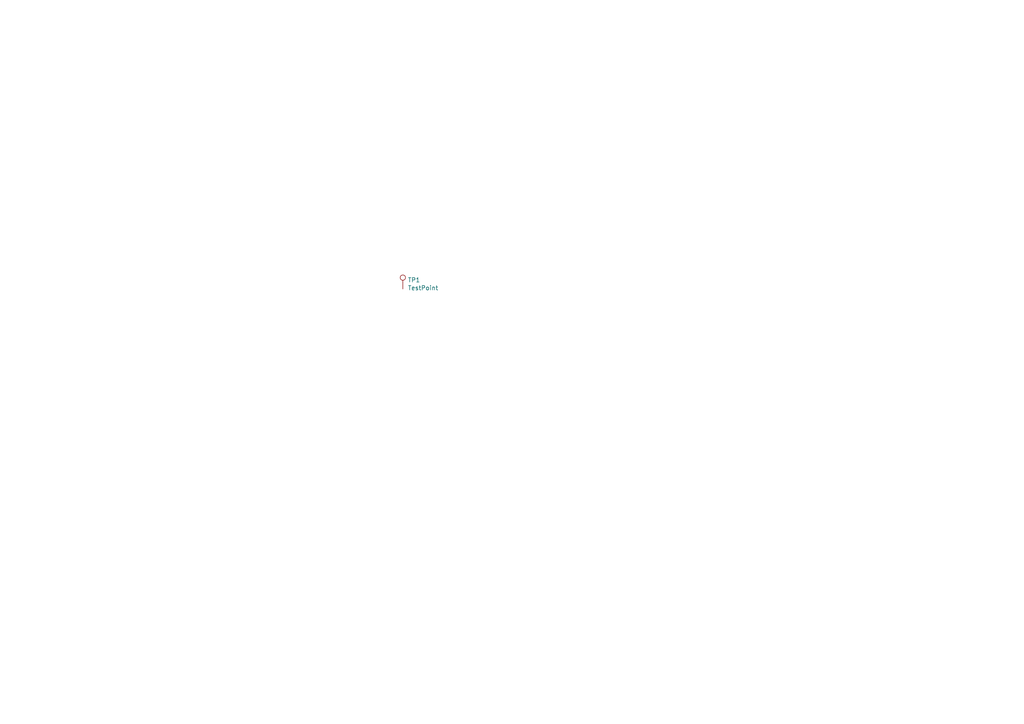
<source format=kicad_sch>
(kicad_sch (version 20210406) (generator eeschema)
  (paper "A4")
  (lib_symbols
    (symbol "Connector:TestPoint" (pin_numbers hide) (pin_names (offset 0.762) hide)
      (property "Reference" "TP" (at 0 6.858 0))
      (property "Value" "TestPoint" (at 0 5.08 0))
      (symbol "TestPoint_0_1"
        (circle (center 0 3.302) (radius 0.762))
      )
      (symbol "TestPoint_1_1"
        (pin passive line (at 0 0 90) (length 2.54) (name "1") (number "1"))
      )
    )
  )
  (symbol (lib_id "Connector:TestPoint") (at 116.84 83.82 0) (unit 1)
    (property "Reference" "TP1" (at 118.2371 81.2176 0) (effects (justify left)))
    (property "Value" "TestPoint" (at 118.2371 83.5163 0) (effects (justify left)))
    (property "Footprint" "TestPoint:TestPoint_Pad_1.0x1.0mm" (effects hide))
  )
)
</source>
